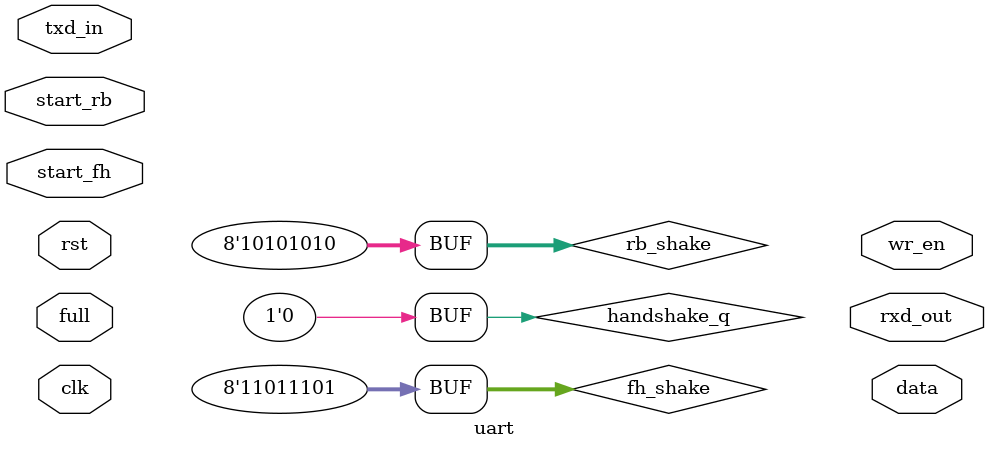
<source format=sv>
module uart(
    input logic        clk,
    input logic        rst,
    input logic        start_fh,
    input logic        start_rb,
    input logic        full,
    input logic        txd_in,

    output logic [7:0] data,
    output logic       wr_en,
    output logic       rxd_out
);

parameter CLK_FREQ_HZ = 7_000_000, BAUD_RATE = 115200;
localparam WAIT_TIME = $ceil(CLK_FREQ_HZ/BAUD_RATE);

typedef enum logic [2:0] {IDLE, FETCH, READBACK} uart_t;
uart_t uart_state;

byte rb_shake = 'hAA;
byte fh_shake = 'hDD;

logic handshake_q = 0;

always_ff @(posedge clk) begin
    if (rst) begin
        uart_state <= IDLE;
    end else begin
        case (uart_state)
            IDLE: begin
               if (start_rb)
                   uart_state <= READBACK;
               else if (start_fh)
                   uart_state <= FETCH;
            end

            READBACK: begin
                if (!handshake_q) begin
                    
                end
            end

            default: begin
                uart_state <= IDLE;
            end
        endcase
    end
end

endmodule

</source>
